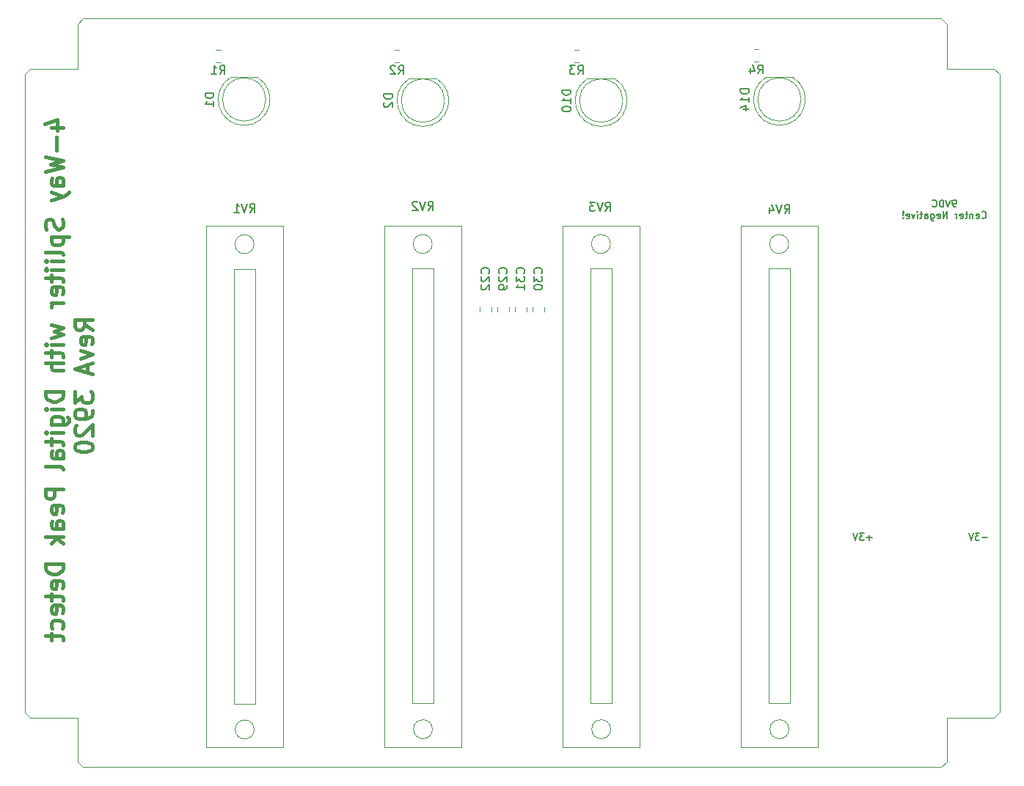
<source format=gbr>
%TF.GenerationSoftware,KiCad,Pcbnew,5.1.6-c6e7f7d~87~ubuntu18.04.1*%
%TF.CreationDate,2020-10-23T07:39:38+01:00*%
%TF.ProjectId,ActiveSplitterPedalWithDigitalPeakDetector,41637469-7665-4537-906c-697474657250,rev?*%
%TF.SameCoordinates,Original*%
%TF.FileFunction,Legend,Bot*%
%TF.FilePolarity,Positive*%
%FSLAX46Y46*%
G04 Gerber Fmt 4.6, Leading zero omitted, Abs format (unit mm)*
G04 Created by KiCad (PCBNEW 5.1.6-c6e7f7d~87~ubuntu18.04.1) date 2020-10-23 07:39:38*
%MOMM*%
%LPD*%
G01*
G04 APERTURE LIST*
%ADD10C,0.150000*%
%TA.AperFunction,Profile*%
%ADD11C,0.050000*%
%TD*%
%ADD12C,0.400000*%
%ADD13C,0.120000*%
G04 APERTURE END LIST*
D10*
X191020571Y-104578142D02*
X190411047Y-104578142D01*
X190106285Y-104082904D02*
X189611047Y-104082904D01*
X189877714Y-104387666D01*
X189763428Y-104387666D01*
X189687238Y-104425761D01*
X189649142Y-104463857D01*
X189611047Y-104540047D01*
X189611047Y-104730523D01*
X189649142Y-104806714D01*
X189687238Y-104844809D01*
X189763428Y-104882904D01*
X189992000Y-104882904D01*
X190068190Y-104844809D01*
X190106285Y-104806714D01*
X189382476Y-104082904D02*
X189115809Y-104882904D01*
X188849142Y-104082904D01*
X177685571Y-104578142D02*
X177076047Y-104578142D01*
X177380809Y-104882904D02*
X177380809Y-104273380D01*
X176771285Y-104082904D02*
X176276047Y-104082904D01*
X176542714Y-104387666D01*
X176428428Y-104387666D01*
X176352238Y-104425761D01*
X176314142Y-104463857D01*
X176276047Y-104540047D01*
X176276047Y-104730523D01*
X176314142Y-104806714D01*
X176352238Y-104844809D01*
X176428428Y-104882904D01*
X176657000Y-104882904D01*
X176733190Y-104844809D01*
X176771285Y-104806714D01*
X176047476Y-104082904D02*
X175780809Y-104882904D01*
X175514142Y-104082904D01*
X187350238Y-66361904D02*
X187197857Y-66361904D01*
X187121666Y-66323809D01*
X187083571Y-66285714D01*
X187007380Y-66171428D01*
X186969285Y-66019047D01*
X186969285Y-65714285D01*
X187007380Y-65638095D01*
X187045476Y-65600000D01*
X187121666Y-65561904D01*
X187274047Y-65561904D01*
X187350238Y-65600000D01*
X187388333Y-65638095D01*
X187426428Y-65714285D01*
X187426428Y-65904761D01*
X187388333Y-65980952D01*
X187350238Y-66019047D01*
X187274047Y-66057142D01*
X187121666Y-66057142D01*
X187045476Y-66019047D01*
X187007380Y-65980952D01*
X186969285Y-65904761D01*
X186740714Y-65561904D02*
X186474047Y-66361904D01*
X186207380Y-65561904D01*
X185940714Y-66361904D02*
X185940714Y-65561904D01*
X185750238Y-65561904D01*
X185635952Y-65600000D01*
X185559761Y-65676190D01*
X185521666Y-65752380D01*
X185483571Y-65904761D01*
X185483571Y-66019047D01*
X185521666Y-66171428D01*
X185559761Y-66247619D01*
X185635952Y-66323809D01*
X185750238Y-66361904D01*
X185940714Y-66361904D01*
X184683571Y-66285714D02*
X184721666Y-66323809D01*
X184835952Y-66361904D01*
X184912142Y-66361904D01*
X185026428Y-66323809D01*
X185102619Y-66247619D01*
X185140714Y-66171428D01*
X185178809Y-66019047D01*
X185178809Y-65904761D01*
X185140714Y-65752380D01*
X185102619Y-65676190D01*
X185026428Y-65600000D01*
X184912142Y-65561904D01*
X184835952Y-65561904D01*
X184721666Y-65600000D01*
X184683571Y-65638095D01*
X190378809Y-67635714D02*
X190416904Y-67673809D01*
X190531190Y-67711904D01*
X190607380Y-67711904D01*
X190721666Y-67673809D01*
X190797857Y-67597619D01*
X190835952Y-67521428D01*
X190874047Y-67369047D01*
X190874047Y-67254761D01*
X190835952Y-67102380D01*
X190797857Y-67026190D01*
X190721666Y-66950000D01*
X190607380Y-66911904D01*
X190531190Y-66911904D01*
X190416904Y-66950000D01*
X190378809Y-66988095D01*
X189731190Y-67673809D02*
X189807380Y-67711904D01*
X189959761Y-67711904D01*
X190035952Y-67673809D01*
X190074047Y-67597619D01*
X190074047Y-67292857D01*
X190035952Y-67216666D01*
X189959761Y-67178571D01*
X189807380Y-67178571D01*
X189731190Y-67216666D01*
X189693095Y-67292857D01*
X189693095Y-67369047D01*
X190074047Y-67445238D01*
X189350238Y-67178571D02*
X189350238Y-67711904D01*
X189350238Y-67254761D02*
X189312142Y-67216666D01*
X189235952Y-67178571D01*
X189121666Y-67178571D01*
X189045476Y-67216666D01*
X189007380Y-67292857D01*
X189007380Y-67711904D01*
X188740714Y-67178571D02*
X188435952Y-67178571D01*
X188626428Y-66911904D02*
X188626428Y-67597619D01*
X188588333Y-67673809D01*
X188512142Y-67711904D01*
X188435952Y-67711904D01*
X187864523Y-67673809D02*
X187940714Y-67711904D01*
X188093095Y-67711904D01*
X188169285Y-67673809D01*
X188207380Y-67597619D01*
X188207380Y-67292857D01*
X188169285Y-67216666D01*
X188093095Y-67178571D01*
X187940714Y-67178571D01*
X187864523Y-67216666D01*
X187826428Y-67292857D01*
X187826428Y-67369047D01*
X188207380Y-67445238D01*
X187483571Y-67711904D02*
X187483571Y-67178571D01*
X187483571Y-67330952D02*
X187445476Y-67254761D01*
X187407380Y-67216666D01*
X187331190Y-67178571D01*
X187255000Y-67178571D01*
X186378809Y-67711904D02*
X186378809Y-66911904D01*
X185921666Y-67711904D01*
X185921666Y-66911904D01*
X185235952Y-67673809D02*
X185312142Y-67711904D01*
X185464523Y-67711904D01*
X185540714Y-67673809D01*
X185578809Y-67597619D01*
X185578809Y-67292857D01*
X185540714Y-67216666D01*
X185464523Y-67178571D01*
X185312142Y-67178571D01*
X185235952Y-67216666D01*
X185197857Y-67292857D01*
X185197857Y-67369047D01*
X185578809Y-67445238D01*
X184512142Y-67178571D02*
X184512142Y-67826190D01*
X184550238Y-67902380D01*
X184588333Y-67940476D01*
X184664523Y-67978571D01*
X184778809Y-67978571D01*
X184855000Y-67940476D01*
X184512142Y-67673809D02*
X184588333Y-67711904D01*
X184740714Y-67711904D01*
X184816904Y-67673809D01*
X184855000Y-67635714D01*
X184893095Y-67559523D01*
X184893095Y-67330952D01*
X184855000Y-67254761D01*
X184816904Y-67216666D01*
X184740714Y-67178571D01*
X184588333Y-67178571D01*
X184512142Y-67216666D01*
X183788333Y-67711904D02*
X183788333Y-67292857D01*
X183826428Y-67216666D01*
X183902619Y-67178571D01*
X184055000Y-67178571D01*
X184131190Y-67216666D01*
X183788333Y-67673809D02*
X183864523Y-67711904D01*
X184055000Y-67711904D01*
X184131190Y-67673809D01*
X184169285Y-67597619D01*
X184169285Y-67521428D01*
X184131190Y-67445238D01*
X184055000Y-67407142D01*
X183864523Y-67407142D01*
X183788333Y-67369047D01*
X183521666Y-67178571D02*
X183216904Y-67178571D01*
X183407380Y-66911904D02*
X183407380Y-67597619D01*
X183369285Y-67673809D01*
X183293095Y-67711904D01*
X183216904Y-67711904D01*
X182950238Y-67711904D02*
X182950238Y-67178571D01*
X182950238Y-66911904D02*
X182988333Y-66950000D01*
X182950238Y-66988095D01*
X182912142Y-66950000D01*
X182950238Y-66911904D01*
X182950238Y-66988095D01*
X182645476Y-67178571D02*
X182455000Y-67711904D01*
X182264523Y-67178571D01*
X181655000Y-67673809D02*
X181731190Y-67711904D01*
X181883571Y-67711904D01*
X181959761Y-67673809D01*
X181997857Y-67597619D01*
X181997857Y-67292857D01*
X181959761Y-67216666D01*
X181883571Y-67178571D01*
X181731190Y-67178571D01*
X181655000Y-67216666D01*
X181616904Y-67292857D01*
X181616904Y-67369047D01*
X181997857Y-67445238D01*
X181274047Y-67635714D02*
X181235952Y-67673809D01*
X181274047Y-67711904D01*
X181312142Y-67673809D01*
X181274047Y-67635714D01*
X181274047Y-67711904D01*
X181274047Y-67407142D02*
X181312142Y-66950000D01*
X181274047Y-66911904D01*
X181235952Y-66950000D01*
X181274047Y-67407142D01*
X181274047Y-66911904D01*
D11*
X186309000Y-130429000D02*
X185674000Y-131064000D01*
X186309000Y-125349000D02*
X186309000Y-130429000D01*
X191770000Y-125349000D02*
X186309000Y-125349000D01*
X192405000Y-124714000D02*
X191770000Y-125349000D01*
X192405000Y-51054000D02*
X192405000Y-124714000D01*
X191770000Y-50419000D02*
X192405000Y-51054000D01*
X186309000Y-50419000D02*
X191770000Y-50419000D01*
X186309000Y-45275500D02*
X186309000Y-50419000D01*
X185674000Y-44640500D02*
X186309000Y-45275500D01*
X86614000Y-44640500D02*
X185674000Y-44640500D01*
X85979000Y-45275500D02*
X86614000Y-44640500D01*
X85979000Y-50419000D02*
X85979000Y-45275500D01*
X80518000Y-50419000D02*
X85979000Y-50419000D01*
X79883000Y-51054000D02*
X80518000Y-50419000D01*
X79883000Y-124777500D02*
X79883000Y-51054000D01*
X80518000Y-125412500D02*
X79883000Y-124777500D01*
X85979000Y-125412500D02*
X80518000Y-125412500D01*
X85979000Y-130429000D02*
X85979000Y-125412500D01*
X86614000Y-131064000D02*
X85979000Y-130429000D01*
X185674000Y-131064000D02*
X86614000Y-131064000D01*
D12*
X82961428Y-57233095D02*
X84294761Y-57233095D01*
X82199523Y-56756904D02*
X83628095Y-56280714D01*
X83628095Y-57518809D01*
X83532857Y-58280714D02*
X83532857Y-59804523D01*
X82294761Y-60566428D02*
X84294761Y-61042619D01*
X82866190Y-61423571D01*
X84294761Y-61804523D01*
X82294761Y-62280714D01*
X84294761Y-63899761D02*
X83247142Y-63899761D01*
X83056666Y-63804523D01*
X82961428Y-63614047D01*
X82961428Y-63233095D01*
X83056666Y-63042619D01*
X84199523Y-63899761D02*
X84294761Y-63709285D01*
X84294761Y-63233095D01*
X84199523Y-63042619D01*
X84009047Y-62947380D01*
X83818571Y-62947380D01*
X83628095Y-63042619D01*
X83532857Y-63233095D01*
X83532857Y-63709285D01*
X83437619Y-63899761D01*
X82961428Y-64661666D02*
X84294761Y-65137857D01*
X82961428Y-65614047D02*
X84294761Y-65137857D01*
X84770952Y-64947380D01*
X84866190Y-64852142D01*
X84961428Y-64661666D01*
X84199523Y-67804523D02*
X84294761Y-68090238D01*
X84294761Y-68566428D01*
X84199523Y-68756904D01*
X84104285Y-68852142D01*
X83913809Y-68947380D01*
X83723333Y-68947380D01*
X83532857Y-68852142D01*
X83437619Y-68756904D01*
X83342380Y-68566428D01*
X83247142Y-68185476D01*
X83151904Y-67994999D01*
X83056666Y-67899761D01*
X82866190Y-67804523D01*
X82675714Y-67804523D01*
X82485238Y-67899761D01*
X82390000Y-67994999D01*
X82294761Y-68185476D01*
X82294761Y-68661666D01*
X82390000Y-68947380D01*
X82961428Y-69804523D02*
X84961428Y-69804523D01*
X83056666Y-69804523D02*
X82961428Y-69994999D01*
X82961428Y-70375952D01*
X83056666Y-70566428D01*
X83151904Y-70661666D01*
X83342380Y-70756904D01*
X83913809Y-70756904D01*
X84104285Y-70661666D01*
X84199523Y-70566428D01*
X84294761Y-70375952D01*
X84294761Y-69994999D01*
X84199523Y-69804523D01*
X84294761Y-71899761D02*
X84199523Y-71709285D01*
X84009047Y-71614047D01*
X82294761Y-71614047D01*
X84294761Y-72661666D02*
X82961428Y-72661666D01*
X82294761Y-72661666D02*
X82390000Y-72566428D01*
X82485238Y-72661666D01*
X82390000Y-72756904D01*
X82294761Y-72661666D01*
X82485238Y-72661666D01*
X84294761Y-73614047D02*
X82961428Y-73614047D01*
X82294761Y-73614047D02*
X82390000Y-73518809D01*
X82485238Y-73614047D01*
X82390000Y-73709285D01*
X82294761Y-73614047D01*
X82485238Y-73614047D01*
X82961428Y-74280714D02*
X82961428Y-75042619D01*
X82294761Y-74566428D02*
X84009047Y-74566428D01*
X84199523Y-74661666D01*
X84294761Y-74852142D01*
X84294761Y-75042619D01*
X84199523Y-76471190D02*
X84294761Y-76280714D01*
X84294761Y-75899761D01*
X84199523Y-75709285D01*
X84009047Y-75614047D01*
X83247142Y-75614047D01*
X83056666Y-75709285D01*
X82961428Y-75899761D01*
X82961428Y-76280714D01*
X83056666Y-76471190D01*
X83247142Y-76566428D01*
X83437619Y-76566428D01*
X83628095Y-75614047D01*
X84294761Y-77423571D02*
X82961428Y-77423571D01*
X83342380Y-77423571D02*
X83151904Y-77518809D01*
X83056666Y-77614047D01*
X82961428Y-77804523D01*
X82961428Y-77994999D01*
X82961428Y-79994999D02*
X84294761Y-80375952D01*
X83342380Y-80756904D01*
X84294761Y-81137857D01*
X82961428Y-81518809D01*
X84294761Y-82280714D02*
X82961428Y-82280714D01*
X82294761Y-82280714D02*
X82390000Y-82185476D01*
X82485238Y-82280714D01*
X82390000Y-82375952D01*
X82294761Y-82280714D01*
X82485238Y-82280714D01*
X82961428Y-82947380D02*
X82961428Y-83709285D01*
X82294761Y-83233095D02*
X84009047Y-83233095D01*
X84199523Y-83328333D01*
X84294761Y-83518809D01*
X84294761Y-83709285D01*
X84294761Y-84375952D02*
X82294761Y-84375952D01*
X84294761Y-85233095D02*
X83247142Y-85233095D01*
X83056666Y-85137857D01*
X82961428Y-84947380D01*
X82961428Y-84661666D01*
X83056666Y-84471190D01*
X83151904Y-84375952D01*
X84294761Y-87709285D02*
X82294761Y-87709285D01*
X82294761Y-88185476D01*
X82390000Y-88471190D01*
X82580476Y-88661666D01*
X82770952Y-88756904D01*
X83151904Y-88852142D01*
X83437619Y-88852142D01*
X83818571Y-88756904D01*
X84009047Y-88661666D01*
X84199523Y-88471190D01*
X84294761Y-88185476D01*
X84294761Y-87709285D01*
X84294761Y-89709285D02*
X82961428Y-89709285D01*
X82294761Y-89709285D02*
X82390000Y-89614047D01*
X82485238Y-89709285D01*
X82390000Y-89804523D01*
X82294761Y-89709285D01*
X82485238Y-89709285D01*
X82961428Y-91518809D02*
X84580476Y-91518809D01*
X84770952Y-91423571D01*
X84866190Y-91328333D01*
X84961428Y-91137857D01*
X84961428Y-90852142D01*
X84866190Y-90661666D01*
X84199523Y-91518809D02*
X84294761Y-91328333D01*
X84294761Y-90947380D01*
X84199523Y-90756904D01*
X84104285Y-90661666D01*
X83913809Y-90566428D01*
X83342380Y-90566428D01*
X83151904Y-90661666D01*
X83056666Y-90756904D01*
X82961428Y-90947380D01*
X82961428Y-91328333D01*
X83056666Y-91518809D01*
X84294761Y-92471190D02*
X82961428Y-92471190D01*
X82294761Y-92471190D02*
X82390000Y-92375952D01*
X82485238Y-92471190D01*
X82390000Y-92566428D01*
X82294761Y-92471190D01*
X82485238Y-92471190D01*
X82961428Y-93137857D02*
X82961428Y-93899761D01*
X82294761Y-93423571D02*
X84009047Y-93423571D01*
X84199523Y-93518809D01*
X84294761Y-93709285D01*
X84294761Y-93899761D01*
X84294761Y-95423571D02*
X83247142Y-95423571D01*
X83056666Y-95328333D01*
X82961428Y-95137857D01*
X82961428Y-94756904D01*
X83056666Y-94566428D01*
X84199523Y-95423571D02*
X84294761Y-95233095D01*
X84294761Y-94756904D01*
X84199523Y-94566428D01*
X84009047Y-94471190D01*
X83818571Y-94471190D01*
X83628095Y-94566428D01*
X83532857Y-94756904D01*
X83532857Y-95233095D01*
X83437619Y-95423571D01*
X84294761Y-96661666D02*
X84199523Y-96471190D01*
X84009047Y-96375952D01*
X82294761Y-96375952D01*
X84294761Y-98947380D02*
X82294761Y-98947380D01*
X82294761Y-99709285D01*
X82390000Y-99899761D01*
X82485238Y-99994999D01*
X82675714Y-100090238D01*
X82961428Y-100090238D01*
X83151904Y-99994999D01*
X83247142Y-99899761D01*
X83342380Y-99709285D01*
X83342380Y-98947380D01*
X84199523Y-101709285D02*
X84294761Y-101518809D01*
X84294761Y-101137857D01*
X84199523Y-100947380D01*
X84009047Y-100852142D01*
X83247142Y-100852142D01*
X83056666Y-100947380D01*
X82961428Y-101137857D01*
X82961428Y-101518809D01*
X83056666Y-101709285D01*
X83247142Y-101804523D01*
X83437619Y-101804523D01*
X83628095Y-100852142D01*
X84294761Y-103518809D02*
X83247142Y-103518809D01*
X83056666Y-103423571D01*
X82961428Y-103233095D01*
X82961428Y-102852142D01*
X83056666Y-102661666D01*
X84199523Y-103518809D02*
X84294761Y-103328333D01*
X84294761Y-102852142D01*
X84199523Y-102661666D01*
X84009047Y-102566428D01*
X83818571Y-102566428D01*
X83628095Y-102661666D01*
X83532857Y-102852142D01*
X83532857Y-103328333D01*
X83437619Y-103518809D01*
X84294761Y-104471190D02*
X82294761Y-104471190D01*
X83532857Y-104661666D02*
X84294761Y-105233095D01*
X82961428Y-105233095D02*
X83723333Y-104471190D01*
X84294761Y-107614047D02*
X82294761Y-107614047D01*
X82294761Y-108090238D01*
X82390000Y-108375952D01*
X82580476Y-108566428D01*
X82770952Y-108661666D01*
X83151904Y-108756904D01*
X83437619Y-108756904D01*
X83818571Y-108661666D01*
X84009047Y-108566428D01*
X84199523Y-108375952D01*
X84294761Y-108090238D01*
X84294761Y-107614047D01*
X84199523Y-110375952D02*
X84294761Y-110185476D01*
X84294761Y-109804523D01*
X84199523Y-109614047D01*
X84009047Y-109518809D01*
X83247142Y-109518809D01*
X83056666Y-109614047D01*
X82961428Y-109804523D01*
X82961428Y-110185476D01*
X83056666Y-110375952D01*
X83247142Y-110471190D01*
X83437619Y-110471190D01*
X83628095Y-109518809D01*
X82961428Y-111042619D02*
X82961428Y-111804523D01*
X82294761Y-111328333D02*
X84009047Y-111328333D01*
X84199523Y-111423571D01*
X84294761Y-111614047D01*
X84294761Y-111804523D01*
X84199523Y-113233095D02*
X84294761Y-113042619D01*
X84294761Y-112661666D01*
X84199523Y-112471190D01*
X84009047Y-112375952D01*
X83247142Y-112375952D01*
X83056666Y-112471190D01*
X82961428Y-112661666D01*
X82961428Y-113042619D01*
X83056666Y-113233095D01*
X83247142Y-113328333D01*
X83437619Y-113328333D01*
X83628095Y-112375952D01*
X84199523Y-115042619D02*
X84294761Y-114852142D01*
X84294761Y-114471190D01*
X84199523Y-114280714D01*
X84104285Y-114185476D01*
X83913809Y-114090238D01*
X83342380Y-114090238D01*
X83151904Y-114185476D01*
X83056666Y-114280714D01*
X82961428Y-114471190D01*
X82961428Y-114852142D01*
X83056666Y-115042619D01*
X82961428Y-115614047D02*
X82961428Y-116375952D01*
X82294761Y-115899761D02*
X84009047Y-115899761D01*
X84199523Y-115994999D01*
X84294761Y-116185476D01*
X84294761Y-116375952D01*
X87694761Y-80566428D02*
X86742380Y-79899761D01*
X87694761Y-79423571D02*
X85694761Y-79423571D01*
X85694761Y-80185476D01*
X85790000Y-80375952D01*
X85885238Y-80471190D01*
X86075714Y-80566428D01*
X86361428Y-80566428D01*
X86551904Y-80471190D01*
X86647142Y-80375952D01*
X86742380Y-80185476D01*
X86742380Y-79423571D01*
X87599523Y-82185476D02*
X87694761Y-81995000D01*
X87694761Y-81614047D01*
X87599523Y-81423571D01*
X87409047Y-81328333D01*
X86647142Y-81328333D01*
X86456666Y-81423571D01*
X86361428Y-81614047D01*
X86361428Y-81995000D01*
X86456666Y-82185476D01*
X86647142Y-82280714D01*
X86837619Y-82280714D01*
X87028095Y-81328333D01*
X86361428Y-82947380D02*
X87694761Y-83423571D01*
X86361428Y-83899761D01*
X87123333Y-84566428D02*
X87123333Y-85518809D01*
X87694761Y-84375952D02*
X85694761Y-85042619D01*
X87694761Y-85709285D01*
X85694761Y-87709285D02*
X85694761Y-88947380D01*
X86456666Y-88280714D01*
X86456666Y-88566428D01*
X86551904Y-88756904D01*
X86647142Y-88852142D01*
X86837619Y-88947380D01*
X87313809Y-88947380D01*
X87504285Y-88852142D01*
X87599523Y-88756904D01*
X87694761Y-88566428D01*
X87694761Y-87995000D01*
X87599523Y-87804523D01*
X87504285Y-87709285D01*
X87694761Y-89899761D02*
X87694761Y-90280714D01*
X87599523Y-90471190D01*
X87504285Y-90566428D01*
X87218571Y-90756904D01*
X86837619Y-90852142D01*
X86075714Y-90852142D01*
X85885238Y-90756904D01*
X85790000Y-90661666D01*
X85694761Y-90471190D01*
X85694761Y-90090238D01*
X85790000Y-89899761D01*
X85885238Y-89804523D01*
X86075714Y-89709285D01*
X86551904Y-89709285D01*
X86742380Y-89804523D01*
X86837619Y-89899761D01*
X86932857Y-90090238D01*
X86932857Y-90471190D01*
X86837619Y-90661666D01*
X86742380Y-90756904D01*
X86551904Y-90852142D01*
X85885238Y-91614047D02*
X85790000Y-91709285D01*
X85694761Y-91899761D01*
X85694761Y-92375952D01*
X85790000Y-92566428D01*
X85885238Y-92661666D01*
X86075714Y-92756904D01*
X86266190Y-92756904D01*
X86551904Y-92661666D01*
X87694761Y-91518809D01*
X87694761Y-92756904D01*
X85694761Y-93995000D02*
X85694761Y-94185476D01*
X85790000Y-94375952D01*
X85885238Y-94471190D01*
X86075714Y-94566428D01*
X86456666Y-94661666D01*
X86932857Y-94661666D01*
X87313809Y-94566428D01*
X87504285Y-94471190D01*
X87599523Y-94375952D01*
X87694761Y-94185476D01*
X87694761Y-93995000D01*
X87599523Y-93804523D01*
X87504285Y-93709285D01*
X87313809Y-93614047D01*
X86932857Y-93518809D01*
X86456666Y-93518809D01*
X86075714Y-93614047D01*
X85885238Y-93709285D01*
X85790000Y-93804523D01*
X85694761Y-93995000D01*
D13*
%TO.C,RV2*%
X127076200Y-73507600D02*
X124587000Y-73507600D01*
X124587000Y-123723400D02*
X127076200Y-123723400D01*
X124587000Y-73507600D02*
X124587000Y-123723400D01*
X127076200Y-123723400D02*
X127076200Y-73507600D01*
X121412000Y-128778000D02*
X121412000Y-68580000D01*
X130302000Y-128778000D02*
X121412000Y-128778000D01*
X130302000Y-68580000D02*
X130302000Y-128778000D01*
X121412000Y-68580000D02*
X130302000Y-68580000D01*
X126949495Y-126695200D02*
G75*
G03*
X126949495Y-126695200I-1092495J0D01*
G01*
X126924095Y-70662800D02*
G75*
G03*
X126924095Y-70662800I-1092495J0D01*
G01*
%TO.C,C30*%
X138482000Y-78493252D02*
X138482000Y-77970748D01*
X139902000Y-78493252D02*
X139902000Y-77970748D01*
%TO.C,R4*%
X164076748Y-48185000D02*
X164599252Y-48185000D01*
X164076748Y-49605000D02*
X164599252Y-49605000D01*
%TO.C,R3*%
X143312248Y-48248500D02*
X143834752Y-48248500D01*
X143312248Y-49668500D02*
X143834752Y-49668500D01*
%TO.C,R2*%
X122611248Y-48248500D02*
X123133752Y-48248500D01*
X122611248Y-49668500D02*
X123133752Y-49668500D01*
%TO.C,R1*%
X101973748Y-48248500D02*
X102496252Y-48248500D01*
X101973748Y-49668500D02*
X102496252Y-49668500D01*
%TO.C,D14*%
X165460000Y-51415000D02*
X168550000Y-51415000D01*
X169505000Y-53975000D02*
G75*
G03*
X169505000Y-53975000I-2500000J0D01*
G01*
X167004538Y-56965000D02*
G75*
G03*
X168549830Y-51415000I462J2990000D01*
G01*
X167005462Y-56965000D02*
G75*
G02*
X165460170Y-51415000I-462J2990000D01*
G01*
%TO.C,D10*%
X144886000Y-51542000D02*
X147976000Y-51542000D01*
X148931000Y-54102000D02*
G75*
G03*
X148931000Y-54102000I-2500000J0D01*
G01*
X146430538Y-57092000D02*
G75*
G03*
X147975830Y-51542000I462J2990000D01*
G01*
X146431462Y-57092000D02*
G75*
G02*
X144886170Y-51542000I-462J2990000D01*
G01*
%TO.C,D2*%
X124312000Y-51542000D02*
X127402000Y-51542000D01*
X128357000Y-54102000D02*
G75*
G03*
X128357000Y-54102000I-2500000J0D01*
G01*
X125856538Y-57092000D02*
G75*
G03*
X127401830Y-51542000I462J2990000D01*
G01*
X125857462Y-57092000D02*
G75*
G02*
X124312170Y-51542000I-462J2990000D01*
G01*
%TO.C,D1*%
X103674500Y-51415000D02*
X106764500Y-51415000D01*
X107719500Y-53975000D02*
G75*
G03*
X107719500Y-53975000I-2500000J0D01*
G01*
X105219038Y-56965000D02*
G75*
G03*
X106764330Y-51415000I462J2990000D01*
G01*
X105219962Y-56965000D02*
G75*
G02*
X103674670Y-51415000I-462J2990000D01*
G01*
%TO.C,C31*%
X136450000Y-78493252D02*
X136450000Y-77970748D01*
X137870000Y-78493252D02*
X137870000Y-77970748D01*
%TO.C,C29*%
X134418000Y-78493252D02*
X134418000Y-77970748D01*
X135838000Y-78493252D02*
X135838000Y-77970748D01*
%TO.C,C22*%
X132386000Y-78493252D02*
X132386000Y-77970748D01*
X133806000Y-78493252D02*
X133806000Y-77970748D01*
%TO.C,RV3*%
X147650200Y-73507600D02*
X145161000Y-73507600D01*
X145161000Y-123723400D02*
X147650200Y-123723400D01*
X145161000Y-73507600D02*
X145161000Y-123723400D01*
X147650200Y-123723400D02*
X147650200Y-73507600D01*
X141986000Y-128778000D02*
X141986000Y-68580000D01*
X150876000Y-128778000D02*
X141986000Y-128778000D01*
X150876000Y-68580000D02*
X150876000Y-128778000D01*
X141986000Y-68580000D02*
X150876000Y-68580000D01*
X147523495Y-126695200D02*
G75*
G03*
X147523495Y-126695200I-1092495J0D01*
G01*
X147498095Y-70662800D02*
G75*
G03*
X147498095Y-70662800I-1092495J0D01*
G01*
%TO.C,RV1*%
X106502200Y-73533000D02*
X104013000Y-73533000D01*
X104013000Y-123748800D02*
X106502200Y-123748800D01*
X104013000Y-73533000D02*
X104013000Y-123748800D01*
X106502200Y-123748800D02*
X106502200Y-73533000D01*
X100838000Y-128803400D02*
X100838000Y-68605400D01*
X109728000Y-128803400D02*
X100838000Y-128803400D01*
X109728000Y-68605400D02*
X109728000Y-128803400D01*
X100838000Y-68605400D02*
X109728000Y-68605400D01*
X106375495Y-126720600D02*
G75*
G03*
X106375495Y-126720600I-1092495J0D01*
G01*
X106350095Y-70688200D02*
G75*
G03*
X106350095Y-70688200I-1092495J0D01*
G01*
%TO.C,RV4*%
X168224200Y-73507600D02*
X165735000Y-73507600D01*
X165735000Y-123723400D02*
X168224200Y-123723400D01*
X165735000Y-73507600D02*
X165735000Y-123723400D01*
X168224200Y-123723400D02*
X168224200Y-73507600D01*
X162560000Y-128778000D02*
X162560000Y-68580000D01*
X171450000Y-128778000D02*
X162560000Y-128778000D01*
X171450000Y-68580000D02*
X171450000Y-128778000D01*
X162560000Y-68580000D02*
X171450000Y-68580000D01*
X168097495Y-126695200D02*
G75*
G03*
X168097495Y-126695200I-1092495J0D01*
G01*
X168072095Y-70662800D02*
G75*
G03*
X168072095Y-70662800I-1092495J0D01*
G01*
%TD*%
%TO.C,RV2*%
D10*
X126452238Y-66746380D02*
X126785571Y-66270190D01*
X127023666Y-66746380D02*
X127023666Y-65746380D01*
X126642714Y-65746380D01*
X126547476Y-65794000D01*
X126499857Y-65841619D01*
X126452238Y-65936857D01*
X126452238Y-66079714D01*
X126499857Y-66174952D01*
X126547476Y-66222571D01*
X126642714Y-66270190D01*
X127023666Y-66270190D01*
X126166523Y-65746380D02*
X125833190Y-66746380D01*
X125499857Y-65746380D01*
X125214142Y-65841619D02*
X125166523Y-65794000D01*
X125071285Y-65746380D01*
X124833190Y-65746380D01*
X124737952Y-65794000D01*
X124690333Y-65841619D01*
X124642714Y-65936857D01*
X124642714Y-66032095D01*
X124690333Y-66174952D01*
X125261761Y-66746380D01*
X124642714Y-66746380D01*
%TO.C,C30*%
X139549142Y-74033142D02*
X139596761Y-73985523D01*
X139644380Y-73842666D01*
X139644380Y-73747428D01*
X139596761Y-73604571D01*
X139501523Y-73509333D01*
X139406285Y-73461714D01*
X139215809Y-73414095D01*
X139072952Y-73414095D01*
X138882476Y-73461714D01*
X138787238Y-73509333D01*
X138692000Y-73604571D01*
X138644380Y-73747428D01*
X138644380Y-73842666D01*
X138692000Y-73985523D01*
X138739619Y-74033142D01*
X138644380Y-74366476D02*
X138644380Y-74985523D01*
X139025333Y-74652190D01*
X139025333Y-74795047D01*
X139072952Y-74890285D01*
X139120571Y-74937904D01*
X139215809Y-74985523D01*
X139453904Y-74985523D01*
X139549142Y-74937904D01*
X139596761Y-74890285D01*
X139644380Y-74795047D01*
X139644380Y-74509333D01*
X139596761Y-74414095D01*
X139549142Y-74366476D01*
X138644380Y-75604571D02*
X138644380Y-75699809D01*
X138692000Y-75795047D01*
X138739619Y-75842666D01*
X138834857Y-75890285D01*
X139025333Y-75937904D01*
X139263428Y-75937904D01*
X139453904Y-75890285D01*
X139549142Y-75842666D01*
X139596761Y-75795047D01*
X139644380Y-75699809D01*
X139644380Y-75604571D01*
X139596761Y-75509333D01*
X139549142Y-75461714D01*
X139453904Y-75414095D01*
X139263428Y-75366476D01*
X139025333Y-75366476D01*
X138834857Y-75414095D01*
X138739619Y-75461714D01*
X138692000Y-75509333D01*
X138644380Y-75604571D01*
%TO.C,R4*%
X164504666Y-50997380D02*
X164838000Y-50521190D01*
X165076095Y-50997380D02*
X165076095Y-49997380D01*
X164695142Y-49997380D01*
X164599904Y-50045000D01*
X164552285Y-50092619D01*
X164504666Y-50187857D01*
X164504666Y-50330714D01*
X164552285Y-50425952D01*
X164599904Y-50473571D01*
X164695142Y-50521190D01*
X165076095Y-50521190D01*
X163647523Y-50330714D02*
X163647523Y-50997380D01*
X163885619Y-49949761D02*
X164123714Y-50664047D01*
X163504666Y-50664047D01*
%TO.C,R3*%
X143740166Y-51060880D02*
X144073500Y-50584690D01*
X144311595Y-51060880D02*
X144311595Y-50060880D01*
X143930642Y-50060880D01*
X143835404Y-50108500D01*
X143787785Y-50156119D01*
X143740166Y-50251357D01*
X143740166Y-50394214D01*
X143787785Y-50489452D01*
X143835404Y-50537071D01*
X143930642Y-50584690D01*
X144311595Y-50584690D01*
X143406833Y-50060880D02*
X142787785Y-50060880D01*
X143121119Y-50441833D01*
X142978261Y-50441833D01*
X142883023Y-50489452D01*
X142835404Y-50537071D01*
X142787785Y-50632309D01*
X142787785Y-50870404D01*
X142835404Y-50965642D01*
X142883023Y-51013261D01*
X142978261Y-51060880D01*
X143263976Y-51060880D01*
X143359214Y-51013261D01*
X143406833Y-50965642D01*
%TO.C,R2*%
X123039166Y-51060880D02*
X123372500Y-50584690D01*
X123610595Y-51060880D02*
X123610595Y-50060880D01*
X123229642Y-50060880D01*
X123134404Y-50108500D01*
X123086785Y-50156119D01*
X123039166Y-50251357D01*
X123039166Y-50394214D01*
X123086785Y-50489452D01*
X123134404Y-50537071D01*
X123229642Y-50584690D01*
X123610595Y-50584690D01*
X122658214Y-50156119D02*
X122610595Y-50108500D01*
X122515357Y-50060880D01*
X122277261Y-50060880D01*
X122182023Y-50108500D01*
X122134404Y-50156119D01*
X122086785Y-50251357D01*
X122086785Y-50346595D01*
X122134404Y-50489452D01*
X122705833Y-51060880D01*
X122086785Y-51060880D01*
%TO.C,R1*%
X102401666Y-51060880D02*
X102735000Y-50584690D01*
X102973095Y-51060880D02*
X102973095Y-50060880D01*
X102592142Y-50060880D01*
X102496904Y-50108500D01*
X102449285Y-50156119D01*
X102401666Y-50251357D01*
X102401666Y-50394214D01*
X102449285Y-50489452D01*
X102496904Y-50537071D01*
X102592142Y-50584690D01*
X102973095Y-50584690D01*
X101449285Y-51060880D02*
X102020714Y-51060880D01*
X101735000Y-51060880D02*
X101735000Y-50060880D01*
X101830238Y-50203738D01*
X101925476Y-50298976D01*
X102020714Y-50346595D01*
%TO.C,D14*%
X163497380Y-52760714D02*
X162497380Y-52760714D01*
X162497380Y-52998809D01*
X162545000Y-53141666D01*
X162640238Y-53236904D01*
X162735476Y-53284523D01*
X162925952Y-53332142D01*
X163068809Y-53332142D01*
X163259285Y-53284523D01*
X163354523Y-53236904D01*
X163449761Y-53141666D01*
X163497380Y-52998809D01*
X163497380Y-52760714D01*
X163497380Y-54284523D02*
X163497380Y-53713095D01*
X163497380Y-53998809D02*
X162497380Y-53998809D01*
X162640238Y-53903571D01*
X162735476Y-53808333D01*
X162783095Y-53713095D01*
X162830714Y-55141666D02*
X163497380Y-55141666D01*
X162449761Y-54903571D02*
X163164047Y-54665476D01*
X163164047Y-55284523D01*
%TO.C,D10*%
X142923380Y-52887714D02*
X141923380Y-52887714D01*
X141923380Y-53125809D01*
X141971000Y-53268666D01*
X142066238Y-53363904D01*
X142161476Y-53411523D01*
X142351952Y-53459142D01*
X142494809Y-53459142D01*
X142685285Y-53411523D01*
X142780523Y-53363904D01*
X142875761Y-53268666D01*
X142923380Y-53125809D01*
X142923380Y-52887714D01*
X142923380Y-54411523D02*
X142923380Y-53840095D01*
X142923380Y-54125809D02*
X141923380Y-54125809D01*
X142066238Y-54030571D01*
X142161476Y-53935333D01*
X142209095Y-53840095D01*
X141923380Y-55030571D02*
X141923380Y-55125809D01*
X141971000Y-55221047D01*
X142018619Y-55268666D01*
X142113857Y-55316285D01*
X142304333Y-55363904D01*
X142542428Y-55363904D01*
X142732904Y-55316285D01*
X142828142Y-55268666D01*
X142875761Y-55221047D01*
X142923380Y-55125809D01*
X142923380Y-55030571D01*
X142875761Y-54935333D01*
X142828142Y-54887714D01*
X142732904Y-54840095D01*
X142542428Y-54792476D01*
X142304333Y-54792476D01*
X142113857Y-54840095D01*
X142018619Y-54887714D01*
X141971000Y-54935333D01*
X141923380Y-55030571D01*
%TO.C,D2*%
X122349380Y-53363904D02*
X121349380Y-53363904D01*
X121349380Y-53602000D01*
X121397000Y-53744857D01*
X121492238Y-53840095D01*
X121587476Y-53887714D01*
X121777952Y-53935333D01*
X121920809Y-53935333D01*
X122111285Y-53887714D01*
X122206523Y-53840095D01*
X122301761Y-53744857D01*
X122349380Y-53602000D01*
X122349380Y-53363904D01*
X121444619Y-54316285D02*
X121397000Y-54363904D01*
X121349380Y-54459142D01*
X121349380Y-54697238D01*
X121397000Y-54792476D01*
X121444619Y-54840095D01*
X121539857Y-54887714D01*
X121635095Y-54887714D01*
X121777952Y-54840095D01*
X122349380Y-54268666D01*
X122349380Y-54887714D01*
%TO.C,D1*%
X101711880Y-53236904D02*
X100711880Y-53236904D01*
X100711880Y-53475000D01*
X100759500Y-53617857D01*
X100854738Y-53713095D01*
X100949976Y-53760714D01*
X101140452Y-53808333D01*
X101283309Y-53808333D01*
X101473785Y-53760714D01*
X101569023Y-53713095D01*
X101664261Y-53617857D01*
X101711880Y-53475000D01*
X101711880Y-53236904D01*
X101711880Y-54760714D02*
X101711880Y-54189285D01*
X101711880Y-54475000D02*
X100711880Y-54475000D01*
X100854738Y-54379761D01*
X100949976Y-54284523D01*
X100997595Y-54189285D01*
%TO.C,C31*%
X137517142Y-74033142D02*
X137564761Y-73985523D01*
X137612380Y-73842666D01*
X137612380Y-73747428D01*
X137564761Y-73604571D01*
X137469523Y-73509333D01*
X137374285Y-73461714D01*
X137183809Y-73414095D01*
X137040952Y-73414095D01*
X136850476Y-73461714D01*
X136755238Y-73509333D01*
X136660000Y-73604571D01*
X136612380Y-73747428D01*
X136612380Y-73842666D01*
X136660000Y-73985523D01*
X136707619Y-74033142D01*
X136612380Y-74366476D02*
X136612380Y-74985523D01*
X136993333Y-74652190D01*
X136993333Y-74795047D01*
X137040952Y-74890285D01*
X137088571Y-74937904D01*
X137183809Y-74985523D01*
X137421904Y-74985523D01*
X137517142Y-74937904D01*
X137564761Y-74890285D01*
X137612380Y-74795047D01*
X137612380Y-74509333D01*
X137564761Y-74414095D01*
X137517142Y-74366476D01*
X137612380Y-75937904D02*
X137612380Y-75366476D01*
X137612380Y-75652190D02*
X136612380Y-75652190D01*
X136755238Y-75556952D01*
X136850476Y-75461714D01*
X136898095Y-75366476D01*
%TO.C,C29*%
X135485142Y-74033142D02*
X135532761Y-73985523D01*
X135580380Y-73842666D01*
X135580380Y-73747428D01*
X135532761Y-73604571D01*
X135437523Y-73509333D01*
X135342285Y-73461714D01*
X135151809Y-73414095D01*
X135008952Y-73414095D01*
X134818476Y-73461714D01*
X134723238Y-73509333D01*
X134628000Y-73604571D01*
X134580380Y-73747428D01*
X134580380Y-73842666D01*
X134628000Y-73985523D01*
X134675619Y-74033142D01*
X134675619Y-74414095D02*
X134628000Y-74461714D01*
X134580380Y-74556952D01*
X134580380Y-74795047D01*
X134628000Y-74890285D01*
X134675619Y-74937904D01*
X134770857Y-74985523D01*
X134866095Y-74985523D01*
X135008952Y-74937904D01*
X135580380Y-74366476D01*
X135580380Y-74985523D01*
X135580380Y-75461714D02*
X135580380Y-75652190D01*
X135532761Y-75747428D01*
X135485142Y-75795047D01*
X135342285Y-75890285D01*
X135151809Y-75937904D01*
X134770857Y-75937904D01*
X134675619Y-75890285D01*
X134628000Y-75842666D01*
X134580380Y-75747428D01*
X134580380Y-75556952D01*
X134628000Y-75461714D01*
X134675619Y-75414095D01*
X134770857Y-75366476D01*
X135008952Y-75366476D01*
X135104190Y-75414095D01*
X135151809Y-75461714D01*
X135199428Y-75556952D01*
X135199428Y-75747428D01*
X135151809Y-75842666D01*
X135104190Y-75890285D01*
X135008952Y-75937904D01*
%TO.C,C22*%
X133453142Y-74033142D02*
X133500761Y-73985523D01*
X133548380Y-73842666D01*
X133548380Y-73747428D01*
X133500761Y-73604571D01*
X133405523Y-73509333D01*
X133310285Y-73461714D01*
X133119809Y-73414095D01*
X132976952Y-73414095D01*
X132786476Y-73461714D01*
X132691238Y-73509333D01*
X132596000Y-73604571D01*
X132548380Y-73747428D01*
X132548380Y-73842666D01*
X132596000Y-73985523D01*
X132643619Y-74033142D01*
X132643619Y-74414095D02*
X132596000Y-74461714D01*
X132548380Y-74556952D01*
X132548380Y-74795047D01*
X132596000Y-74890285D01*
X132643619Y-74937904D01*
X132738857Y-74985523D01*
X132834095Y-74985523D01*
X132976952Y-74937904D01*
X133548380Y-74366476D01*
X133548380Y-74985523D01*
X132643619Y-75366476D02*
X132596000Y-75414095D01*
X132548380Y-75509333D01*
X132548380Y-75747428D01*
X132596000Y-75842666D01*
X132643619Y-75890285D01*
X132738857Y-75937904D01*
X132834095Y-75937904D01*
X132976952Y-75890285D01*
X133548380Y-75318857D01*
X133548380Y-75937904D01*
%TO.C,RV3*%
X146899238Y-66873380D02*
X147232571Y-66397190D01*
X147470666Y-66873380D02*
X147470666Y-65873380D01*
X147089714Y-65873380D01*
X146994476Y-65921000D01*
X146946857Y-65968619D01*
X146899238Y-66063857D01*
X146899238Y-66206714D01*
X146946857Y-66301952D01*
X146994476Y-66349571D01*
X147089714Y-66397190D01*
X147470666Y-66397190D01*
X146613523Y-65873380D02*
X146280190Y-66873380D01*
X145946857Y-65873380D01*
X145708761Y-65873380D02*
X145089714Y-65873380D01*
X145423047Y-66254333D01*
X145280190Y-66254333D01*
X145184952Y-66301952D01*
X145137333Y-66349571D01*
X145089714Y-66444809D01*
X145089714Y-66682904D01*
X145137333Y-66778142D01*
X145184952Y-66825761D01*
X145280190Y-66873380D01*
X145565904Y-66873380D01*
X145661142Y-66825761D01*
X145708761Y-66778142D01*
%TO.C,RV1*%
X105878238Y-67000380D02*
X106211571Y-66524190D01*
X106449666Y-67000380D02*
X106449666Y-66000380D01*
X106068714Y-66000380D01*
X105973476Y-66048000D01*
X105925857Y-66095619D01*
X105878238Y-66190857D01*
X105878238Y-66333714D01*
X105925857Y-66428952D01*
X105973476Y-66476571D01*
X106068714Y-66524190D01*
X106449666Y-66524190D01*
X105592523Y-66000380D02*
X105259190Y-67000380D01*
X104925857Y-66000380D01*
X104068714Y-67000380D02*
X104640142Y-67000380D01*
X104354428Y-67000380D02*
X104354428Y-66000380D01*
X104449666Y-66143238D01*
X104544904Y-66238476D01*
X104640142Y-66286095D01*
%TO.C,RV4*%
X167600238Y-67127380D02*
X167933571Y-66651190D01*
X168171666Y-67127380D02*
X168171666Y-66127380D01*
X167790714Y-66127380D01*
X167695476Y-66175000D01*
X167647857Y-66222619D01*
X167600238Y-66317857D01*
X167600238Y-66460714D01*
X167647857Y-66555952D01*
X167695476Y-66603571D01*
X167790714Y-66651190D01*
X168171666Y-66651190D01*
X167314523Y-66127380D02*
X166981190Y-67127380D01*
X166647857Y-66127380D01*
X165885952Y-66460714D02*
X165885952Y-67127380D01*
X166124047Y-66079761D02*
X166362142Y-66794047D01*
X165743095Y-66794047D01*
%TD*%
M02*

</source>
